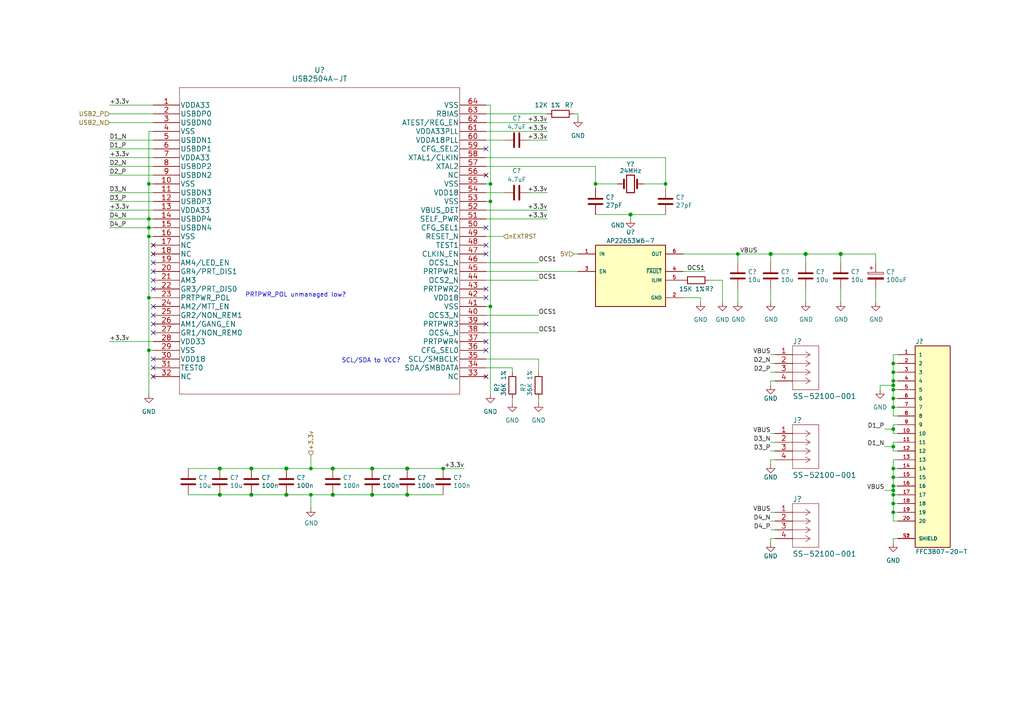
<source format=kicad_sch>
(kicad_sch (version 20210406) (generator eeschema)
  (paper "A4")
  (lib_symbols
    (symbol "AP22653W6-7:AP22653W6-7" (pin_names (offset 1.016))
      (property "Reference" "U" (at -10.16 8.89 0))
      (property "Value" "AP22653W6-7" (at -10.16 -12.7 0))
      (symbol "AP22653W6-7_0_0"
        (rectangle (start -10.16 -10.16) (end 10.16 7.62) (stroke (width 0.254)) (fill (type background)))
        (pin input line (at -15.24 5.08 0) (length 5.08) (name "IN") (number "1"))
        (pin power_in line (at 15.24 -7.62 180) (length 5.08) (name "GND") (number "2"))
        (pin input line (at -15.24 0 0) (length 5.08) (name "EN") (number "3"))
        (pin output line (at 15.24 0 180) (length 5.08) (name "~FAULT") (number "4"))
        (pin output line (at 15.24 -2.54 180) (length 5.08) (name "ILIM") (number "5"))
        (pin output line (at 15.24 5.08 180) (length 5.08) (name "OUT") (number "6"))
      )
    )
    (symbol "Device:C" (pin_numbers hide) (pin_names (offset 0.254))
      (property "Reference" "C" (at 0.635 2.54 0))
      (property "Value" "C" (at 0.635 -2.54 0))
      (symbol "C_0_1"
        (polyline (pts (xy -2.032 -0.762) (xy 2.032 -0.762)) (stroke (width 0.508)))
        (polyline (pts (xy -2.032 0.762) (xy 2.032 0.762)) (stroke (width 0.508)))
      )
      (symbol "C_1_1"
        (pin passive line (at 0 3.81 270) (length 2.794) (name "~") (number "1"))
        (pin passive line (at 0 -3.81 90) (length 2.794) (name "~") (number "2"))
      )
    )
    (symbol "Device:CP" (pin_numbers hide) (pin_names (offset 0.254))
      (property "Reference" "C" (at 0.635 2.54 0))
      (property "Value" "CP" (at 0.635 -2.54 0))
      (symbol "CP_0_1"
        (rectangle (start -2.286 0.508) (end 2.286 1.016))
        (rectangle (start 2.286 -0.508) (end -2.286 -1.016) (fill (type outline)))
        (polyline (pts (xy -1.778 2.286) (xy -0.762 2.286)))
        (polyline (pts (xy -1.27 2.794) (xy -1.27 1.778)))
      )
      (symbol "CP_1_1"
        (pin passive line (at 0 3.81 270) (length 2.794) (name "~") (number "1"))
        (pin passive line (at 0 -3.81 90) (length 2.794) (name "~") (number "2"))
      )
    )
    (symbol "Device:Crystal" (pin_numbers hide) (pin_names hide)
      (property "Reference" "Y" (at 0 3.81 0))
      (property "Value" "Crystal" (at 0 -3.81 0))
      (symbol "Crystal_0_1"
        (rectangle (start -1.143 2.54) (end 1.143 -2.54) (stroke (width 0.3048)))
        (polyline (pts (xy -2.54 0) (xy -1.905 0)))
        (polyline (pts (xy -1.905 -1.27) (xy -1.905 1.27)) (stroke (width 0.508)))
        (polyline (pts (xy 1.905 -1.27) (xy 1.905 1.27)) (stroke (width 0.508)))
        (polyline (pts (xy 2.54 0) (xy 1.905 0)))
      )
      (symbol "Crystal_1_1"
        (pin passive line (at -3.81 0 0) (length 1.27) (name "1") (number "1"))
        (pin passive line (at 3.81 0 180) (length 1.27) (name "2") (number "2"))
      )
    )
    (symbol "Device:R" (pin_numbers hide) (pin_names (offset 0))
      (property "Reference" "R" (at 2.032 0 90))
      (property "Value" "R" (at 0 0 90))
      (symbol "R_0_1"
        (rectangle (start -1.016 -2.54) (end 1.016 2.54) (stroke (width 0.254)))
      )
      (symbol "R_1_1"
        (pin passive line (at 0 3.81 270) (length 1.27) (name "~") (number "1"))
        (pin passive line (at 0 -3.81 90) (length 1.27) (name "~") (number "2"))
      )
    )
    (symbol "FFC3B07-20-T:FFC3B07-20-T" (pin_names (offset 1.016))
      (property "Reference" "J" (at -5.08 28.702 0))
      (property "Value" "FFC3B07-20-T" (at -5.08 -33.02 0))
      (symbol "FFC3B07-20-T_0_0"
        (rectangle (start -5.08 -30.48) (end 5.08 27.94) (stroke (width 0.254)) (fill (type background)))
        (pin passive line (at -10.16 25.4 0) (length 5.08) (name "1") (number "1"))
        (pin passive line (at -10.16 2.54 0) (length 5.08) (name "10") (number "10"))
        (pin passive line (at -10.16 0 0) (length 5.08) (name "11") (number "11"))
        (pin passive line (at -10.16 -2.54 0) (length 5.08) (name "12") (number "12"))
        (pin passive line (at -10.16 -5.08 0) (length 5.08) (name "13") (number "13"))
        (pin passive line (at -10.16 -7.62 0) (length 5.08) (name "14") (number "14"))
        (pin passive line (at -10.16 -10.16 0) (length 5.08) (name "15") (number "15"))
        (pin passive line (at -10.16 -12.7 0) (length 5.08) (name "16") (number "16"))
        (pin passive line (at -10.16 -15.24 0) (length 5.08) (name "17") (number "17"))
        (pin passive line (at -10.16 -17.78 0) (length 5.08) (name "18") (number "18"))
        (pin passive line (at -10.16 -20.32 0) (length 5.08) (name "19") (number "19"))
        (pin passive line (at -10.16 22.86 0) (length 5.08) (name "2") (number "2"))
        (pin passive line (at -10.16 -22.86 0) (length 5.08) (name "20") (number "20"))
        (pin passive line (at -10.16 20.32 0) (length 5.08) (name "3") (number "3"))
        (pin passive line (at -10.16 17.78 0) (length 5.08) (name "4") (number "4"))
        (pin passive line (at -10.16 15.24 0) (length 5.08) (name "5") (number "5"))
        (pin passive line (at -10.16 12.7 0) (length 5.08) (name "6") (number "6"))
        (pin passive line (at -10.16 10.16 0) (length 5.08) (name "7") (number "7"))
        (pin passive line (at -10.16 7.62 0) (length 5.08) (name "8") (number "8"))
        (pin passive line (at -10.16 5.08 0) (length 5.08) (name "9") (number "9"))
        (pin passive line (at -10.16 -27.94 0) (length 5.08) (name "SHIELD") (number "S1"))
        (pin passive line (at -10.16 -27.94 0) (length 5.08) (name "SHIELD") (number "S2"))
      )
    )
    (symbol "SS-52100-001:SS-52100-001" (pin_names (offset 0.254) hide)
      (property "Reference" "J" (at 8.89 6.35 0))
      (property "Value" "SS-52100-001" (at 10.16 -5.08 0))
      (symbol "SS-52100-001_1_1"
        (polyline (pts (xy 5.08 -10.16) (xy 12.7 -10.16)) (stroke (width 0.127)))
        (polyline (pts (xy 5.08 2.54) (xy 5.08 -10.16)) (stroke (width 0.127)))
        (polyline (pts (xy 10.16 -7.62) (xy 5.08 -7.62)) (stroke (width 0.127)))
        (polyline (pts (xy 10.16 -7.62) (xy 8.89 -8.4582)) (stroke (width 0.127)))
        (polyline (pts (xy 10.16 -7.62) (xy 8.89 -6.7818)) (stroke (width 0.127)))
        (polyline (pts (xy 10.16 -5.08) (xy 5.08 -5.08)) (stroke (width 0.127)))
        (polyline (pts (xy 10.16 -5.08) (xy 8.89 -5.9182)) (stroke (width 0.127)))
        (polyline (pts (xy 10.16 -5.08) (xy 8.89 -4.2418)) (stroke (width 0.127)))
        (polyline (pts (xy 10.16 -2.54) (xy 5.08 -2.54)) (stroke (width 0.127)))
        (polyline (pts (xy 10.16 -2.54) (xy 8.89 -3.3782)) (stroke (width 0.127)))
        (polyline (pts (xy 10.16 -2.54) (xy 8.89 -1.7018)) (stroke (width 0.127)))
        (polyline (pts (xy 10.16 0) (xy 5.08 0)) (stroke (width 0.127)))
        (polyline (pts (xy 10.16 0) (xy 8.89 -0.8382)) (stroke (width 0.127)))
        (polyline (pts (xy 10.16 0) (xy 8.89 0.8382)) (stroke (width 0.127)))
        (polyline (pts (xy 12.7 -10.16) (xy 12.7 2.54)) (stroke (width 0.127)))
        (polyline (pts (xy 12.7 2.54) (xy 5.08 2.54)) (stroke (width 0.127)))
        (pin unspecified line (at 0 0 0) (length 5.08) (name "1") (number "1"))
        (pin unspecified line (at 0 -2.54 0) (length 5.08) (name "2") (number "2"))
        (pin unspecified line (at 0 -5.08 0) (length 5.08) (name "3") (number "3"))
        (pin unspecified line (at 0 -7.62 0) (length 5.08) (name "4") (number "4"))
      )
    )
    (symbol "USB2504A-JT:USB2504A-JT" (pin_names (offset 0.254))
      (property "Reference" "U" (at 48.26 10.16 0))
      (property "Value" "USB2504A-JT" (at 48.26 7.62 0))
      (symbol "USB2504A-JT_1_1"
        (polyline (pts (xy 7.62 -83.82) (xy 88.9 -83.82)) (stroke (width 0.127)))
        (polyline (pts (xy 7.62 5.08) (xy 7.62 -83.82)) (stroke (width 0.127)))
        (polyline (pts (xy 88.9 -83.82) (xy 88.9 5.08)) (stroke (width 0.127)))
        (polyline (pts (xy 88.9 5.08) (xy 7.62 5.08)) (stroke (width 0.127)))
        (pin power_in line (at 0 0 0) (length 7.62) (name "VDDA33") (number "1"))
        (pin power_in line (at 0 -22.86 0) (length 7.62) (name "VSS") (number "10"))
        (pin bidirectional line (at 0 -25.4 0) (length 7.62) (name "USBDN3") (number "11"))
        (pin bidirectional line (at 0 -27.94 0) (length 7.62) (name "USBDP3") (number "12"))
        (pin power_in line (at 0 -30.48 0) (length 7.62) (name "VDDA33") (number "13"))
        (pin bidirectional line (at 0 -33.02 0) (length 7.62) (name "USBDP4") (number "14"))
        (pin bidirectional line (at 0 -35.56 0) (length 7.62) (name "USBDN4") (number "15"))
        (pin power_in line (at 0 -38.1 0) (length 7.62) (name "VSS") (number "16"))
        (pin no_connect line (at 0 -40.64 0) (length 7.62) (name "NC") (number "17"))
        (pin no_connect line (at 0 -43.18 0) (length 7.62) (name "NC") (number "18"))
        (pin bidirectional line (at 0 -45.72 0) (length 7.62) (name "AM4/LED_EN") (number "19"))
        (pin bidirectional line (at 0 -2.54 0) (length 7.62) (name "USBDP0") (number "2"))
        (pin bidirectional line (at 0 -48.26 0) (length 7.62) (name "GR4/PRT_DIS1") (number "20"))
        (pin bidirectional line (at 0 -50.8 0) (length 7.62) (name "AM3") (number "21"))
        (pin bidirectional line (at 0 -53.34 0) (length 7.62) (name "GR3/PRT_DIS0") (number "22"))
        (pin bidirectional line (at 0 -55.88 0) (length 7.62) (name "PRTPWR_POL") (number "23"))
        (pin bidirectional line (at 0 -58.42 0) (length 7.62) (name "AM2/MTT_EN") (number "24"))
        (pin bidirectional line (at 0 -60.96 0) (length 7.62) (name "GR2/NON_REM1") (number "25"))
        (pin bidirectional line (at 0 -63.5 0) (length 7.62) (name "AM1/GANG_EN") (number "26"))
        (pin bidirectional line (at 0 -66.04 0) (length 7.62) (name "GR1/NON_REM0") (number "27"))
        (pin power_in line (at 0 -68.58 0) (length 7.62) (name "VDD33") (number "28"))
        (pin power_in line (at 0 -71.12 0) (length 7.62) (name "VSS") (number "29"))
        (pin bidirectional line (at 0 -5.08 0) (length 7.62) (name "USBDN0") (number "3"))
        (pin power_in line (at 0 -73.66 0) (length 7.62) (name "VDD18") (number "30"))
        (pin input line (at 0 -76.2 0) (length 7.62) (name "TEST0") (number "31"))
        (pin no_connect line (at 0 -78.74 0) (length 7.62) (name "NC") (number "32"))
        (pin no_connect line (at 96.52 -78.74 180) (length 7.62) (name "NC") (number "33"))
        (pin bidirectional line (at 96.52 -76.2 180) (length 7.62) (name "SDA/SMBDATA") (number "34"))
        (pin bidirectional line (at 96.52 -73.66 180) (length 7.62) (name "SCL/SMBCLK") (number "35"))
        (pin bidirectional line (at 96.52 -71.12 180) (length 7.62) (name "CFG_SEL0") (number "36"))
        (pin output line (at 96.52 -68.58 180) (length 7.62) (name "PRTPWR4") (number "37"))
        (pin input line (at 96.52 -66.04 180) (length 7.62) (name "OCS4_N") (number "38"))
        (pin output line (at 96.52 -63.5 180) (length 7.62) (name "PRTPWR3") (number "39"))
        (pin power_in line (at 0 -7.62 0) (length 7.62) (name "VSS") (number "4"))
        (pin input line (at 96.52 -60.96 180) (length 7.62) (name "OCS3_N") (number "40"))
        (pin power_in line (at 96.52 -58.42 180) (length 7.62) (name "VSS") (number "41"))
        (pin power_in line (at 96.52 -55.88 180) (length 7.62) (name "VDD18") (number "42"))
        (pin output line (at 96.52 -53.34 180) (length 7.62) (name "PRTPWR2") (number "43"))
        (pin input line (at 96.52 -50.8 180) (length 7.62) (name "OCS2_N") (number "44"))
        (pin output line (at 96.52 -48.26 180) (length 7.62) (name "PRTPWR1") (number "45"))
        (pin input line (at 96.52 -45.72 180) (length 7.62) (name "OCS1_N") (number "46"))
        (pin input line (at 96.52 -43.18 180) (length 7.62) (name "CLKIN_EN") (number "47"))
        (pin input line (at 96.52 -40.64 180) (length 7.62) (name "TEST1") (number "48"))
        (pin input line (at 96.52 -38.1 180) (length 7.62) (name "RESET_N") (number "49"))
        (pin bidirectional line (at 0 -10.16 0) (length 7.62) (name "USBDN1") (number "5"))
        (pin input line (at 96.52 -35.56 180) (length 7.62) (name "CFG_SEL1") (number "50"))
        (pin input line (at 96.52 -33.02 180) (length 7.62) (name "SELF_PWR") (number "51"))
        (pin power_in line (at 96.52 -30.48 180) (length 7.62) (name "VBUS_DET") (number "52"))
        (pin power_in line (at 96.52 -27.94 180) (length 7.62) (name "VSS") (number "53"))
        (pin power_in line (at 96.52 -25.4 180) (length 7.62) (name "VDD18") (number "54"))
        (pin power_in line (at 96.52 -22.86 180) (length 7.62) (name "VSS") (number "55"))
        (pin no_connect line (at 96.52 -20.32 180) (length 7.62) (name "NC") (number "56"))
        (pin output line (at 96.52 -17.78 180) (length 7.62) (name "XTAL2") (number "57"))
        (pin input line (at 96.52 -15.24 180) (length 7.62) (name "XTAL1/CLKIN") (number "58"))
        (pin input line (at 96.52 -12.7 180) (length 7.62) (name "CFG_SEL2") (number "59"))
        (pin bidirectional line (at 0 -12.7 0) (length 7.62) (name "USBDP1") (number "6"))
        (pin power_in line (at 96.52 -10.16 180) (length 7.62) (name "VDDA18PLL") (number "60"))
        (pin power_in line (at 96.52 -7.62 180) (length 7.62) (name "VDDA33PLL") (number "61"))
        (pin bidirectional line (at 96.52 -5.08 180) (length 7.62) (name "ATEST/REG_EN") (number "62"))
        (pin input line (at 96.52 -2.54 180) (length 7.62) (name "RBIAS") (number "63"))
        (pin power_in line (at 96.52 0 180) (length 7.62) (name "VSS") (number "64"))
        (pin power_in line (at 0 -15.24 0) (length 7.62) (name "VDDA33") (number "7"))
        (pin bidirectional line (at 0 -17.78 0) (length 7.62) (name "USBDP2") (number "8"))
        (pin bidirectional line (at 0 -20.32 0) (length 7.62) (name "USBDN2") (number "9"))
      )
    )
    (symbol "power:GND" (power) (pin_names (offset 0))
      (property "Value" "GND" (at 0 -3.81 0))
      (symbol "GND_0_1"
        (polyline (pts (xy 0 0) (xy 0 -1.27) (xy 1.27 -1.27) (xy 0 -2.54) (xy -1.27 -1.27) (xy 0 -1.27)))
      )
      (symbol "GND_1_1"
        (pin power_in line (at 0 0 270) (length 0) hide (name "GND") (number "1"))
      )
    )
  )
  (junction (at 43.18 53.34) (diameter 0.9144))
  (junction (at 43.18 63.5) (diameter 0.9144))
  (junction (at 43.18 66.04) (diameter 0.9144))
  (junction (at 43.18 68.58) (diameter 0.9144))
  (junction (at 43.18 86.36) (diameter 0.9144))
  (junction (at 43.18 101.6) (diameter 0.9144))
  (junction (at 63.754 135.89) (diameter 1.016))
  (junction (at 63.754 143.51) (diameter 1.016))
  (junction (at 72.898 135.89) (diameter 1.016))
  (junction (at 72.898 143.51) (diameter 1.016))
  (junction (at 83.058 135.89) (diameter 1.016))
  (junction (at 83.058 143.51) (diameter 1.016))
  (junction (at 90.17 135.89) (diameter 0.9144))
  (junction (at 90.17 143.51) (diameter 0.9144))
  (junction (at 96.52 135.89) (diameter 1.016))
  (junction (at 96.52 143.51) (diameter 1.016))
  (junction (at 107.95 135.89) (diameter 1.016))
  (junction (at 107.95 143.51) (diameter 1.016))
  (junction (at 118.11 135.89) (diameter 1.016))
  (junction (at 118.11 143.51) (diameter 1.016))
  (junction (at 128.524 135.89) (diameter 0.9144))
  (junction (at 142.24 53.34) (diameter 0.9144))
  (junction (at 142.24 58.42) (diameter 0.9144))
  (junction (at 142.24 88.9) (diameter 0.9144))
  (junction (at 172.72 53.34) (diameter 0.9144))
  (junction (at 182.88 62.23) (diameter 1.016))
  (junction (at 193.04 53.34) (diameter 0.9144))
  (junction (at 213.995 73.66) (diameter 0.9144))
  (junction (at 223.52 73.66) (diameter 1.016))
  (junction (at 233.68 73.66) (diameter 1.016))
  (junction (at 243.84 73.66) (diameter 1.016))
  (junction (at 259.08 105.41) (diameter 0.9144))
  (junction (at 259.08 107.95) (diameter 0.9144))
  (junction (at 259.08 110.49) (diameter 0.9144))
  (junction (at 259.08 111.76) (diameter 0.9144))
  (junction (at 259.08 113.03) (diameter 0.9144))
  (junction (at 259.08 115.57) (diameter 0.9144))
  (junction (at 259.08 118.11) (diameter 0.9144))
  (junction (at 259.08 124.46) (diameter 0.9144))
  (junction (at 259.08 129.54) (diameter 0.9144))
  (junction (at 259.08 135.89) (diameter 0.9144))
  (junction (at 259.08 138.43) (diameter 0.9144))
  (junction (at 259.08 140.97) (diameter 0.9144))
  (junction (at 259.08 142.24) (diameter 0.9144))
  (junction (at 259.08 143.51) (diameter 0.9144))
  (junction (at 259.08 146.05) (diameter 0.9144))
  (junction (at 259.08 148.59) (diameter 0.9144))
  (no_connect (at 44.45 71.12))
  (no_connect (at 44.45 73.66))
  (no_connect (at 44.45 76.2))
  (no_connect (at 44.45 78.74))
  (no_connect (at 44.45 81.28))
  (no_connect (at 44.45 83.82))
  (no_connect (at 44.45 88.9))
  (no_connect (at 44.45 91.44))
  (no_connect (at 44.45 93.98))
  (no_connect (at 44.45 96.52))
  (no_connect (at 44.45 104.14))
  (no_connect (at 44.45 106.68))
  (no_connect (at 44.45 109.22))
  (no_connect (at 140.97 43.18))
  (no_connect (at 140.97 50.8))
  (no_connect (at 140.97 66.04))
  (no_connect (at 140.97 71.12))
  (no_connect (at 140.97 73.66))
  (no_connect (at 140.97 83.82))
  (no_connect (at 140.97 86.36))
  (no_connect (at 140.97 93.98))
  (no_connect (at 140.97 99.06))
  (no_connect (at 140.97 101.6))
  (no_connect (at 140.97 109.22))
  (wire (pts (xy 31.75 30.48) (xy 44.45 30.48)))
  (wire (pts (xy 31.75 33.02) (xy 44.45 33.02)))
  (wire (pts (xy 31.75 35.56) (xy 44.45 35.56)))
  (wire (pts (xy 31.75 40.64) (xy 44.45 40.64)))
  (wire (pts (xy 31.75 43.18) (xy 44.45 43.18)))
  (wire (pts (xy 31.75 45.72) (xy 44.45 45.72)))
  (wire (pts (xy 31.75 48.26) (xy 44.45 48.26)))
  (wire (pts (xy 31.75 50.8) (xy 44.45 50.8)))
  (wire (pts (xy 31.75 55.88) (xy 44.45 55.88)))
  (wire (pts (xy 31.75 58.42) (xy 44.45 58.42)))
  (wire (pts (xy 31.75 60.96) (xy 44.45 60.96)))
  (wire (pts (xy 31.75 63.5) (xy 43.18 63.5)))
  (wire (pts (xy 31.75 66.04) (xy 43.18 66.04)))
  (wire (pts (xy 31.75 99.06) (xy 44.45 99.06)))
  (wire (pts (xy 43.18 38.1) (xy 44.45 38.1)))
  (wire (pts (xy 43.18 53.34) (xy 43.18 38.1)))
  (wire (pts (xy 43.18 53.34) (xy 44.45 53.34)))
  (wire (pts (xy 43.18 63.5) (xy 43.18 53.34)))
  (wire (pts (xy 43.18 66.04) (xy 43.18 63.5)))
  (wire (pts (xy 43.18 66.04) (xy 44.45 66.04)))
  (wire (pts (xy 43.18 68.58) (xy 43.18 66.04)))
  (wire (pts (xy 43.18 68.58) (xy 44.45 68.58)))
  (wire (pts (xy 43.18 86.36) (xy 43.18 68.58)))
  (wire (pts (xy 43.18 86.36) (xy 44.45 86.36)))
  (wire (pts (xy 43.18 101.6) (xy 43.18 86.36)))
  (wire (pts (xy 43.18 101.6) (xy 44.45 101.6)))
  (wire (pts (xy 43.18 114.3) (xy 43.18 101.6)))
  (wire (pts (xy 44.45 63.5) (xy 43.18 63.5)))
  (wire (pts (xy 54.61 143.51) (xy 63.754 143.51)))
  (wire (pts (xy 63.754 135.89) (xy 54.61 135.89)))
  (wire (pts (xy 72.898 135.89) (xy 63.754 135.89)))
  (wire (pts (xy 72.898 135.89) (xy 83.058 135.89)))
  (wire (pts (xy 72.898 143.51) (xy 63.754 143.51)))
  (wire (pts (xy 72.898 143.51) (xy 83.058 143.51)))
  (wire (pts (xy 83.058 135.89) (xy 90.17 135.89)))
  (wire (pts (xy 90.17 132.08) (xy 90.17 135.89)))
  (wire (pts (xy 90.17 135.89) (xy 96.52 135.89)))
  (wire (pts (xy 90.17 143.51) (xy 83.058 143.51)))
  (wire (pts (xy 90.17 143.51) (xy 96.52 143.51)))
  (wire (pts (xy 90.17 147.32) (xy 90.17 143.51)))
  (wire (pts (xy 96.52 135.89) (xy 107.95 135.89)))
  (wire (pts (xy 96.52 143.51) (xy 107.95 143.51)))
  (wire (pts (xy 107.95 135.89) (xy 118.11 135.89)))
  (wire (pts (xy 107.95 143.51) (xy 118.11 143.51)))
  (wire (pts (xy 118.11 143.51) (xy 128.524 143.51)))
  (wire (pts (xy 128.524 135.89) (xy 118.11 135.89)))
  (wire (pts (xy 134.62 135.89) (xy 128.524 135.89)))
  (wire (pts (xy 140.97 30.48) (xy 142.24 30.48)))
  (wire (pts (xy 140.97 33.02) (xy 158.75 33.02)))
  (wire (pts (xy 140.97 45.72) (xy 193.04 45.72)))
  (wire (pts (xy 140.97 48.26) (xy 172.72 48.26)))
  (wire (pts (xy 140.97 53.34) (xy 142.24 53.34)))
  (wire (pts (xy 140.97 58.42) (xy 142.24 58.42)))
  (wire (pts (xy 140.97 68.58) (xy 146.05 68.58)))
  (wire (pts (xy 140.97 76.2) (xy 156.21 76.2)))
  (wire (pts (xy 140.97 78.74) (xy 167.64 78.74)))
  (wire (pts (xy 140.97 81.28) (xy 156.21 81.28)))
  (wire (pts (xy 140.97 88.9) (xy 142.24 88.9)))
  (wire (pts (xy 140.97 91.44) (xy 156.21 91.44)))
  (wire (pts (xy 140.97 96.52) (xy 156.21 96.52)))
  (wire (pts (xy 140.97 104.14) (xy 156.21 104.14)))
  (wire (pts (xy 140.97 106.68) (xy 148.59 106.68)))
  (wire (pts (xy 142.24 30.48) (xy 142.24 53.34)))
  (wire (pts (xy 142.24 53.34) (xy 142.24 58.42)))
  (wire (pts (xy 142.24 58.42) (xy 142.24 88.9)))
  (wire (pts (xy 142.24 88.9) (xy 142.24 114.3)))
  (wire (pts (xy 146.05 40.64) (xy 140.97 40.64)))
  (wire (pts (xy 146.05 55.88) (xy 140.97 55.88)))
  (wire (pts (xy 148.59 106.68) (xy 148.59 107.95)))
  (wire (pts (xy 148.59 115.57) (xy 148.59 116.84)))
  (wire (pts (xy 156.21 104.14) (xy 156.21 107.95)))
  (wire (pts (xy 156.21 115.57) (xy 156.21 116.84)))
  (wire (pts (xy 158.75 35.56) (xy 140.97 35.56)))
  (wire (pts (xy 158.75 38.1) (xy 140.97 38.1)))
  (wire (pts (xy 158.75 40.64) (xy 153.67 40.64)))
  (wire (pts (xy 158.75 55.88) (xy 153.67 55.88)))
  (wire (pts (xy 158.75 60.96) (xy 140.97 60.96)))
  (wire (pts (xy 158.75 63.5) (xy 140.97 63.5)))
  (wire (pts (xy 166.37 73.66) (xy 167.64 73.66)))
  (wire (pts (xy 167.64 33.02) (xy 166.37 33.02)))
  (wire (pts (xy 167.64 33.02) (xy 167.64 34.29)))
  (wire (pts (xy 172.72 48.26) (xy 172.72 53.34)))
  (wire (pts (xy 172.72 53.34) (xy 179.07 53.34)))
  (wire (pts (xy 172.72 54.61) (xy 172.72 53.34)))
  (wire (pts (xy 172.72 62.23) (xy 182.88 62.23)))
  (wire (pts (xy 182.88 62.23) (xy 182.88 63.5)))
  (wire (pts (xy 182.88 62.23) (xy 193.04 62.23)))
  (wire (pts (xy 186.69 53.34) (xy 193.04 53.34)))
  (wire (pts (xy 193.04 45.72) (xy 193.04 53.34)))
  (wire (pts (xy 193.04 53.34) (xy 193.04 54.61)))
  (wire (pts (xy 198.12 73.66) (xy 213.995 73.66)))
  (wire (pts (xy 198.12 78.74) (xy 204.47 78.74)))
  (wire (pts (xy 198.12 86.36) (xy 203.2 86.36)))
  (wire (pts (xy 203.2 86.36) (xy 203.2 87.63)))
  (wire (pts (xy 209.55 81.28) (xy 205.74 81.28)))
  (wire (pts (xy 209.55 87.63) (xy 209.55 81.28)))
  (wire (pts (xy 213.995 73.66) (xy 213.995 76.2)))
  (wire (pts (xy 213.995 73.66) (xy 223.52 73.66)))
  (wire (pts (xy 213.995 83.82) (xy 213.995 87.63)))
  (wire (pts (xy 223.52 73.66) (xy 233.68 73.66)))
  (wire (pts (xy 223.52 76.2) (xy 223.52 73.66)))
  (wire (pts (xy 223.52 87.63) (xy 223.52 83.82)))
  (wire (pts (xy 223.52 102.87) (xy 224.79 102.87)))
  (wire (pts (xy 223.52 105.41) (xy 224.79 105.41)))
  (wire (pts (xy 223.52 107.95) (xy 224.79 107.95)))
  (wire (pts (xy 223.52 110.49) (xy 223.52 111.76)))
  (wire (pts (xy 223.52 125.73) (xy 224.79 125.73)))
  (wire (pts (xy 223.52 128.27) (xy 224.79 128.27)))
  (wire (pts (xy 223.52 130.81) (xy 224.79 130.81)))
  (wire (pts (xy 223.52 133.35) (xy 223.52 134.62)))
  (wire (pts (xy 223.52 148.59) (xy 224.79 148.59)))
  (wire (pts (xy 223.52 151.13) (xy 224.79 151.13)))
  (wire (pts (xy 223.52 153.67) (xy 224.79 153.67)))
  (wire (pts (xy 223.52 156.21) (xy 223.52 157.48)))
  (wire (pts (xy 224.79 110.49) (xy 223.52 110.49)))
  (wire (pts (xy 224.79 133.35) (xy 223.52 133.35)))
  (wire (pts (xy 224.79 156.21) (xy 223.52 156.21)))
  (wire (pts (xy 233.68 73.66) (xy 233.68 76.2)))
  (wire (pts (xy 233.68 73.66) (xy 243.84 73.66)))
  (wire (pts (xy 233.68 87.63) (xy 233.68 83.82)))
  (wire (pts (xy 243.84 73.66) (xy 243.84 76.2)))
  (wire (pts (xy 243.84 73.66) (xy 254 73.66)))
  (wire (pts (xy 243.84 87.63) (xy 243.84 83.82)))
  (wire (pts (xy 254 76.2) (xy 254 73.66)))
  (wire (pts (xy 254 87.63) (xy 254 83.82)))
  (wire (pts (xy 255.27 111.76) (xy 255.27 113.03)))
  (wire (pts (xy 256.54 129.54) (xy 259.08 129.54)))
  (wire (pts (xy 256.54 142.24) (xy 259.08 142.24)))
  (wire (pts (xy 259.08 102.87) (xy 259.08 105.41)))
  (wire (pts (xy 259.08 102.87) (xy 260.35 102.87)))
  (wire (pts (xy 259.08 105.41) (xy 259.08 107.95)))
  (wire (pts (xy 259.08 105.41) (xy 260.35 105.41)))
  (wire (pts (xy 259.08 107.95) (xy 259.08 110.49)))
  (wire (pts (xy 259.08 107.95) (xy 260.35 107.95)))
  (wire (pts (xy 259.08 110.49) (xy 259.08 111.76)))
  (wire (pts (xy 259.08 110.49) (xy 260.35 110.49)))
  (wire (pts (xy 259.08 111.76) (xy 255.27 111.76)))
  (wire (pts (xy 259.08 111.76) (xy 259.08 113.03)))
  (wire (pts (xy 259.08 113.03) (xy 259.08 115.57)))
  (wire (pts (xy 259.08 113.03) (xy 260.35 113.03)))
  (wire (pts (xy 259.08 115.57) (xy 259.08 118.11)))
  (wire (pts (xy 259.08 115.57) (xy 260.35 115.57)))
  (wire (pts (xy 259.08 118.11) (xy 259.08 120.65)))
  (wire (pts (xy 259.08 118.11) (xy 260.35 118.11)))
  (wire (pts (xy 259.08 120.65) (xy 260.35 120.65)))
  (wire (pts (xy 259.08 123.19) (xy 259.08 124.46)))
  (wire (pts (xy 259.08 124.46) (xy 256.54 124.46)))
  (wire (pts (xy 259.08 125.73) (xy 259.08 124.46)))
  (wire (pts (xy 259.08 128.27) (xy 259.08 129.54)))
  (wire (pts (xy 259.08 130.81) (xy 259.08 129.54)))
  (wire (pts (xy 259.08 133.35) (xy 259.08 135.89)))
  (wire (pts (xy 259.08 135.89) (xy 259.08 138.43)))
  (wire (pts (xy 259.08 135.89) (xy 260.35 135.89)))
  (wire (pts (xy 259.08 138.43) (xy 259.08 140.97)))
  (wire (pts (xy 259.08 138.43) (xy 260.35 138.43)))
  (wire (pts (xy 259.08 140.97) (xy 259.08 142.24)))
  (wire (pts (xy 259.08 140.97) (xy 260.35 140.97)))
  (wire (pts (xy 259.08 142.24) (xy 259.08 143.51)))
  (wire (pts (xy 259.08 143.51) (xy 259.08 146.05)))
  (wire (pts (xy 259.08 143.51) (xy 260.35 143.51)))
  (wire (pts (xy 259.08 146.05) (xy 259.08 148.59)))
  (wire (pts (xy 259.08 146.05) (xy 260.35 146.05)))
  (wire (pts (xy 259.08 148.59) (xy 259.08 151.13)))
  (wire (pts (xy 259.08 148.59) (xy 260.35 148.59)))
  (wire (pts (xy 259.08 151.13) (xy 260.35 151.13)))
  (wire (pts (xy 259.08 156.21) (xy 259.08 157.48)))
  (wire (pts (xy 260.35 123.19) (xy 259.08 123.19)))
  (wire (pts (xy 260.35 125.73) (xy 259.08 125.73)))
  (wire (pts (xy 260.35 128.27) (xy 259.08 128.27)))
  (wire (pts (xy 260.35 130.81) (xy 259.08 130.81)))
  (wire (pts (xy 260.35 133.35) (xy 259.08 133.35)))
  (wire (pts (xy 260.35 156.21) (xy 259.08 156.21)))
  (text "PRTPWR_POL unmanaged low?" (at 71.12 86.36 0) (effects (font (size 1.27 1.27)) (justify left bottom)))
  (text "SCL/SDA to VCC?" (at 99.06 105.41 0) (effects (font (size 1.27 1.27)) (justify left bottom)))
  (label "+3.3v" (at 31.75 30.48 0))
  (label "D1_N" (at 31.75 40.64 0))
  (label "D1_P" (at 31.75 43.18 0))
  (label "+3.3v" (at 31.75 45.72 0))
  (label "D2_N" (at 31.75 48.26 0))
  (label "D2_P" (at 31.75 50.8 0))
  (label "D3_N" (at 31.75 55.88 0))
  (label "D3_P" (at 31.75 58.42 0))
  (label "+3.3v" (at 31.75 60.96 0))
  (label "D4_N" (at 31.75 63.5 0))
  (label "D4_P" (at 31.75 66.04 0))
  (label "+3.3v" (at 31.75 99.06 0))
  (label "+3.3v" (at 134.62 135.89 180))
  (label "OCS1" (at 156.21 76.2 0))
  (label "OCS1" (at 156.21 81.28 0))
  (label "OCS1" (at 156.21 91.44 0))
  (label "OCS1" (at 156.21 96.52 0))
  (label "+3.3v" (at 158.75 35.56 180))
  (label "+3.3v" (at 158.75 38.1 180))
  (label "+3.3v" (at 158.75 40.64 180))
  (label "+3.3v" (at 158.75 55.88 180))
  (label "+3.3v" (at 158.75 60.96 180))
  (label "+3.3v" (at 158.75 63.5 180))
  (label "OCS1" (at 204.47 78.74 180))
  (label "VBUS" (at 214.63 73.66 0))
  (label "VBUS" (at 223.52 102.87 180))
  (label "D2_N" (at 223.52 105.41 180))
  (label "D2_P" (at 223.52 107.95 180))
  (label "VBUS" (at 223.52 125.73 180))
  (label "D3_N" (at 223.52 128.27 180))
  (label "D3_P" (at 223.52 130.81 180))
  (label "VBUS" (at 223.52 148.59 180))
  (label "D4_N" (at 223.52 151.13 180))
  (label "D4_P" (at 223.52 153.67 180))
  (label "D1_P" (at 256.54 124.46 180))
  (label "D1_N" (at 256.54 129.54 180))
  (label "VBUS" (at 256.54 142.24 180))
  (hierarchical_label "USB2_P" (shape input) (at 31.75 33.02 180))
  (hierarchical_label "USB2_N" (shape input) (at 31.75 35.56 180))
  (hierarchical_label "+3.3v" (shape input) (at 90.17 132.08 90))
  (hierarchical_label "nEXTRST" (shape input) (at 146.05 68.58 0))
  (hierarchical_label "5V" (shape input) (at 166.37 73.66 180))
  (symbol (lib_id "power:GND") (at 43.18 114.3 0) (unit 1)
    (property "Reference" "#PWR?" (effects hide))
    (property "Value" "GND" (at 43.18 119.38 0))
  )
  (symbol (lib_id "power:GND") (at 90.17 147.32 0) (unit 1)
    (property "Reference" "#PWR?" (effects hide))
    (property "Value" "GND" (at 90.297 151.7142 0))
  )
  (symbol (lib_id "power:GND") (at 142.24 114.3 0) (unit 1)
    (property "Reference" "#PWR?" (effects hide))
    (property "Value" "GND" (at 142.24 119.38 0))
  )
  (symbol (lib_id "power:GND") (at 148.59 116.84 0) (unit 1)
    (property "Reference" "#PWR?" (effects hide))
    (property "Value" "GND" (at 148.59 121.92 0))
  )
  (symbol (lib_id "power:GND") (at 156.21 116.84 0) (unit 1)
    (property "Reference" "#PWR?" (effects hide))
    (property "Value" "GND" (at 156.21 121.92 0))
  )
  (symbol (lib_id "power:GND") (at 167.64 34.29 0) (unit 1)
    (property "Reference" "#PWR?" (effects hide))
    (property "Value" "GND" (at 167.64 39.37 0))
  )
  (symbol (lib_id "power:GND") (at 182.88 63.5 0) (unit 1)
    (property "Reference" "#PWR?" (effects hide))
    (property "Value" "GND" (at 179.197 65.3542 0))
  )
  (symbol (lib_id "power:GND") (at 203.2 87.63 0) (unit 1)
    (property "Reference" "#PWR?" (effects hide))
    (property "Value" "GND" (at 203.2 92.71 0))
  )
  (symbol (lib_id "power:GND") (at 209.55 87.63 0) (unit 1)
    (property "Reference" "#PWR?" (effects hide))
    (property "Value" "GND" (at 209.55 92.71 0))
  )
  (symbol (lib_id "power:GND") (at 213.995 87.63 0) (unit 1)
    (property "Reference" "#PWR?" (effects hide))
    (property "Value" "GND" (at 214.122 92.6592 0))
  )
  (symbol (lib_id "power:GND") (at 223.52 87.63 0) (unit 1)
    (property "Reference" "#PWR?" (effects hide))
    (property "Value" "GND" (at 223.647 92.6592 0))
  )
  (symbol (lib_id "power:GND") (at 223.52 111.76 0) (unit 1)
    (property "Reference" "#PWR?" (effects hide))
    (property "Value" "GND" (at 223.52 115.57 0))
  )
  (symbol (lib_id "power:GND") (at 223.52 134.62 0) (unit 1)
    (property "Reference" "#PWR?" (effects hide))
    (property "Value" "GND" (at 223.52 138.43 0))
  )
  (symbol (lib_id "power:GND") (at 223.52 157.48 0) (unit 1)
    (property "Reference" "#PWR?" (effects hide))
    (property "Value" "GND" (at 223.52 161.29 0))
  )
  (symbol (lib_id "power:GND") (at 233.68 87.63 0) (unit 1)
    (property "Reference" "#PWR?" (effects hide))
    (property "Value" "GND" (at 233.807 92.6592 0))
  )
  (symbol (lib_id "power:GND") (at 243.84 87.63 0) (unit 1)
    (property "Reference" "#PWR?" (effects hide))
    (property "Value" "GND" (at 243.967 92.6592 0))
  )
  (symbol (lib_id "power:GND") (at 254 87.63 0) (unit 1)
    (property "Reference" "#PWR?" (effects hide))
    (property "Value" "GND" (at 254.127 92.6592 0))
  )
  (symbol (lib_id "power:GND") (at 255.27 113.03 0) (unit 1)
    (property "Reference" "#PWR?" (effects hide))
    (property "Value" "GND" (at 255.27 118.11 0))
  )
  (symbol (lib_id "power:GND") (at 259.08 157.48 0) (unit 1)
    (property "Reference" "#PWR?" (effects hide))
    (property "Value" "GND" (at 259.08 162.56 0))
  )
  (symbol (lib_id "Device:R") (at 148.59 111.76 0) (unit 1)
    (property "Reference" "R?" (at 144.145 113.665 90) (effects (justify left)))
    (property "Value" "36K 1%" (at 146.05 114.935 90) (effects (justify left)))
    (property "Footprint" "Resistor_SMD:R_0402_1005Metric" (effects hide))
    (property "Datasheet" "https://fscdn.rohm.com/en/products/databook/datasheet/passive/resistor/chip_resistor/mcr-e.pdf" (effects hide))
    (property "Field4" "Farnell" (effects hide))
    (property "Field5" "1458788" (effects hide))
    (property "Field7" "Rohm" (effects hide))
    (property "Field6" "MCR01MZPF3602" (effects hide))
    (property "Part Description" "Resistor 36K M1005 1% 63mW" (effects hide))
  )
  (symbol (lib_id "Device:R") (at 156.21 111.76 0) (unit 1)
    (property "Reference" "R?" (at 151.765 113.665 90) (effects (justify left)))
    (property "Value" "36K 1%" (at 153.67 114.935 90) (effects (justify left)))
    (property "Footprint" "Resistor_SMD:R_0402_1005Metric" (effects hide))
    (property "Datasheet" "https://fscdn.rohm.com/en/products/databook/datasheet/passive/resistor/chip_resistor/mcr-e.pdf" (effects hide))
    (property "Field4" "Farnell" (effects hide))
    (property "Field5" "1458788" (effects hide))
    (property "Field7" "Rohm" (effects hide))
    (property "Field6" "MCR01MZPF3602" (effects hide))
    (property "Part Description" "Resistor 36K M1005 1% 63mW" (effects hide))
  )
  (symbol (lib_id "Device:R") (at 162.56 33.02 90) (unit 1)
    (property "Reference" "R?" (at 166.37 30.48 90) (effects (justify left)))
    (property "Value" "12K 1%" (at 162.56 30.48 90) (effects (justify left)))
    (property "Footprint" "Resistor_SMD:R_0402_1005Metric" (effects hide))
    (property "Datasheet" "https://fscdn.rohm.com/en/products/databook/datasheet/passive/resistor/chip_resistor/mcr-e.pdf" (effects hide))
    (property "Field4" "Farnell" (effects hide))
    (property "Field5" "9239367" (effects hide))
    (property "Field7" "Rohm" (effects hide))
    (property "Field6" "MCR01MZPF1202" (effects hide))
    (property "Part Description" "Resistor 12K M1005 1% 63mW" (effects hide))
  )
  (symbol (lib_id "Device:R") (at 201.93 81.28 90) (unit 1)
    (property "Reference" "R?" (at 207.01 83.82 90) (effects (justify left)))
    (property "Value" "15K 1%" (at 204.47 83.82 90) (effects (justify left)))
    (property "Footprint" "Resistor_SMD:R_0402_1005Metric" (effects hide))
    (property "Datasheet" "https://fscdn.rohm.com/en/products/databook/datasheet/passive/resistor/chip_resistor/mcr-e.pdf" (effects hide))
    (property "Field4" "Farnell" (effects hide))
    (property "Field5" "9239375" (effects hide))
    (property "Field6" "MCR01MZPF1502" (effects hide))
    (property "Field7" "Rohm" (effects hide))
    (property "Part Description" "Resistor 15K M1005 1% 63mW" (effects hide))
    (property "Field8" "120891581" (effects hide))
  )
  (symbol (lib_id "Device:C") (at 54.61 139.7 0) (unit 1)
    (property "Reference" "C?" (at 57.531 138.5316 0) (effects (justify left)))
    (property "Value" "10u" (at 57.531 140.843 0) (effects (justify left)))
    (property "Footprint" "Capacitor_SMD:C_0805_2012Metric" (effects hide))
    (property "Datasheet" "https://search.murata.co.jp/Ceramy/image/img/A01X/G101/ENG/GRM21BR71A106KA73-01.pdf" (effects hide))
    (property "Field5" "490-14381-1-ND" (effects hide))
    (property "Field4" "Digikey" (effects hide))
    (property "Field6" "GRM21BR71A106KA73L" (effects hide))
    (property "Field7" "Murata" (effects hide))
    (property "Part Description" "	10uF 10% 10V Ceramic Capacitor X7R 0805 (2012 Metric)" (effects hide))
    (property "Field8" "111893011" (effects hide))
  )
  (symbol (lib_id "Device:C") (at 63.754 139.7 0) (unit 1)
    (property "Reference" "C?" (at 66.675 138.5316 0) (effects (justify left)))
    (property "Value" "10u" (at 66.675 140.843 0) (effects (justify left)))
    (property "Footprint" "Capacitor_SMD:C_0805_2012Metric" (effects hide))
    (property "Datasheet" "https://search.murata.co.jp/Ceramy/image/img/A01X/G101/ENG/GRM21BR71A106KA73-01.pdf" (effects hide))
    (property "Field5" "490-14381-1-ND" (effects hide))
    (property "Field4" "Digikey" (effects hide))
    (property "Field6" "GRM21BR71A106KA73L" (effects hide))
    (property "Field7" "Murata" (effects hide))
    (property "Part Description" "	10uF 10% 10V Ceramic Capacitor X7R 0805 (2012 Metric)" (effects hide))
    (property "Field8" "111893011" (effects hide))
  )
  (symbol (lib_id "Device:C") (at 72.898 139.7 0) (unit 1)
    (property "Reference" "C?" (at 75.819 138.5316 0) (effects (justify left)))
    (property "Value" "100n" (at 75.819 140.843 0) (effects (justify left)))
    (property "Footprint" "Capacitor_SMD:C_0402_1005Metric" (effects hide))
    (property "Datasheet" "https://search.murata.co.jp/Ceramy/image/img/A01X/G101/ENG/GRM155R71C104KA88-01.pdf" (effects hide))
    (property "Field4" "Farnell" (effects hide))
    (property "Field5" "2611911" (effects hide))
    (property "Field6" "RM EMK105 B7104KV-F" (effects hide))
    (property "Field7" "TAIYO YUDEN EUROPE GMBH" (effects hide))
    (property "Part Description" "	0.1uF 10% 16V Ceramic Capacitor X7R 0402 (1005 Metric)" (effects hide))
    (property "Field8" "110091611" (effects hide))
  )
  (symbol (lib_id "Device:C") (at 83.058 139.7 0) (unit 1)
    (property "Reference" "C?" (at 85.979 138.5316 0) (effects (justify left)))
    (property "Value" "100n" (at 85.979 140.843 0) (effects (justify left)))
    (property "Footprint" "Capacitor_SMD:C_0402_1005Metric" (effects hide))
    (property "Datasheet" "https://search.murata.co.jp/Ceramy/image/img/A01X/G101/ENG/GRM155R71C104KA88-01.pdf" (effects hide))
    (property "Field4" "Farnell" (effects hide))
    (property "Field5" "2611911" (effects hide))
    (property "Field6" "RM EMK105 B7104KV-F" (effects hide))
    (property "Field7" "TAIYO YUDEN EUROPE GMBH" (effects hide))
    (property "Part Description" "	0.1uF 10% 16V Ceramic Capacitor X7R 0402 (1005 Metric)" (effects hide))
    (property "Field8" "110091611" (effects hide))
  )
  (symbol (lib_id "Device:C") (at 96.52 139.7 0) (unit 1)
    (property "Reference" "C?" (at 99.441 138.5316 0) (effects (justify left)))
    (property "Value" "100n" (at 99.441 140.843 0) (effects (justify left)))
    (property "Footprint" "Capacitor_SMD:C_0402_1005Metric" (effects hide))
    (property "Datasheet" "https://search.murata.co.jp/Ceramy/image/img/A01X/G101/ENG/GRM155R71C104KA88-01.pdf" (effects hide))
    (property "Field4" "Farnell" (effects hide))
    (property "Field5" "2611911" (effects hide))
    (property "Field6" "RM EMK105 B7104KV-F" (effects hide))
    (property "Field7" "TAIYO YUDEN EUROPE GMBH" (effects hide))
    (property "Part Description" "	0.1uF 10% 16V Ceramic Capacitor X7R 0402 (1005 Metric)" (effects hide))
    (property "Field8" "110091611" (effects hide))
  )
  (symbol (lib_id "Device:C") (at 107.95 139.7 0) (unit 1)
    (property "Reference" "C?" (at 110.871 138.5316 0) (effects (justify left)))
    (property "Value" "100n" (at 110.871 140.843 0) (effects (justify left)))
    (property "Footprint" "Capacitor_SMD:C_0402_1005Metric" (effects hide))
    (property "Datasheet" "https://search.murata.co.jp/Ceramy/image/img/A01X/G101/ENG/GRM155R71C104KA88-01.pdf" (effects hide))
    (property "Field4" "Farnell" (effects hide))
    (property "Field5" "2611911" (effects hide))
    (property "Field6" "RM EMK105 B7104KV-F" (effects hide))
    (property "Field7" "TAIYO YUDEN EUROPE GMBH" (effects hide))
    (property "Part Description" "	0.1uF 10% 16V Ceramic Capacitor X7R 0402 (1005 Metric)" (effects hide))
    (property "Field8" "110091611" (effects hide))
  )
  (symbol (lib_id "Device:C") (at 118.11 139.7 0) (unit 1)
    (property "Reference" "C?" (at 121.031 138.5316 0) (effects (justify left)))
    (property "Value" "100n" (at 121.031 140.843 0) (effects (justify left)))
    (property "Footprint" "Capacitor_SMD:C_0402_1005Metric" (effects hide))
    (property "Datasheet" "https://search.murata.co.jp/Ceramy/image/img/A01X/G101/ENG/GRM155R71C104KA88-01.pdf" (effects hide))
    (property "Field4" "Farnell" (effects hide))
    (property "Field5" "2611911" (effects hide))
    (property "Field6" "RM EMK105 B7104KV-F" (effects hide))
    (property "Field7" "TAIYO YUDEN EUROPE GMBH" (effects hide))
    (property "Part Description" "	0.1uF 10% 16V Ceramic Capacitor X7R 0402 (1005 Metric)" (effects hide))
    (property "Field8" "110091611" (effects hide))
  )
  (symbol (lib_id "Device:C") (at 128.524 139.7 0) (unit 1)
    (property "Reference" "C?" (at 131.445 138.5316 0) (effects (justify left)))
    (property "Value" "100n" (at 131.445 140.843 0) (effects (justify left)))
    (property "Footprint" "Capacitor_SMD:C_0402_1005Metric" (effects hide))
    (property "Datasheet" "https://search.murata.co.jp/Ceramy/image/img/A01X/G101/ENG/GRM155R71C104KA88-01.pdf" (effects hide))
    (property "Field4" "Farnell" (effects hide))
    (property "Field5" "2611911" (effects hide))
    (property "Field6" "RM EMK105 B7104KV-F" (effects hide))
    (property "Field7" "TAIYO YUDEN EUROPE GMBH" (effects hide))
    (property "Part Description" "	0.1uF 10% 16V Ceramic Capacitor X7R 0402 (1005 Metric)" (effects hide))
    (property "Field8" "110091611" (effects hide))
  )
  (symbol (lib_id "Device:C") (at 149.86 40.64 90) (unit 1)
    (property "Reference" "C?" (at 149.86 34.29 90))
    (property "Value" "4.7uF" (at 149.86 36.83 90))
  )
  (symbol (lib_id "Device:C") (at 149.86 55.88 90) (unit 1)
    (property "Reference" "C?" (at 149.86 49.53 90))
    (property "Value" "4.7uF" (at 149.86 52.07 90))
  )
  (symbol (lib_id "Device:C") (at 172.72 58.42 0) (unit 1)
    (property "Reference" "C?" (at 175.641 57.2516 0) (effects (justify left)))
    (property "Value" "27pF" (at 175.641 59.563 0) (effects (justify left)))
    (property "Footprint" "Capacitor_SMD:C_0402_1005Metric" (effects hide))
    (property "Datasheet" "https://search.murata.co.jp/Ceramy/image/img/A01X/G101/ENG/GJM1555C1H270JB01-01.pdf" (effects hide))
    (property "Field8" "UCAP00738 " (effects hide))
    (property "Field5" "490-17672-1-ND" (effects hide))
    (property "Field6" "GJM1555C1H270JB01D" (effects hide))
    (property "Field7" "Murata" (effects hide))
    (property "Part Description" "	27pF 5% 50V Ceramic Capacitor C0G, NP0 0402 (1005 Metric)" (effects hide))
    (property "Field4" "Digikey" (effects hide))
  )
  (symbol (lib_id "Device:C") (at 193.04 58.42 0) (unit 1)
    (property "Reference" "C?" (at 195.961 57.2516 0) (effects (justify left)))
    (property "Value" "27pF" (at 195.961 59.563 0) (effects (justify left)))
    (property "Footprint" "Capacitor_SMD:C_0402_1005Metric" (effects hide))
    (property "Datasheet" "https://search.murata.co.jp/Ceramy/image/img/A01X/G101/ENG/GJM1555C1H270JB01-01.pdf" (effects hide))
    (property "Field8" "UCAP00738 " (effects hide))
    (property "Field5" "490-17672-1-ND" (effects hide))
    (property "Field6" "GJM1555C1H270JB01D" (effects hide))
    (property "Field7" "Murata" (effects hide))
    (property "Part Description" "	27pF 5% 50V Ceramic Capacitor C0G, NP0 0402 (1005 Metric)" (effects hide))
    (property "Field4" "Digikey" (effects hide))
  )
  (symbol (lib_id "Device:C") (at 213.995 80.01 0) (unit 1)
    (property "Reference" "C?" (at 216.916 78.8416 0) (effects (justify left)))
    (property "Value" "10u" (at 216.916 81.153 0) (effects (justify left)))
    (property "Footprint" "Capacitor_SMD:C_0805_2012Metric" (effects hide))
    (property "Datasheet" "https://search.murata.co.jp/Ceramy/image/img/A01X/G101/ENG/GRM21BR71A106KA73-01.pdf" (effects hide))
    (property "Field5" "490-14381-1-ND" (effects hide))
    (property "Field4" "Digikey" (effects hide))
    (property "Field6" "GRM21BR71A106KA73L" (effects hide))
    (property "Field7" "Murata" (effects hide))
    (property "Part Description" "	10uF 10% 10V Ceramic Capacitor X7R 0805 (2012 Metric)" (effects hide))
    (property "Field8" "111893011" (effects hide))
  )
  (symbol (lib_id "Device:C") (at 223.52 80.01 0) (unit 1)
    (property "Reference" "C?" (at 226.441 78.8416 0) (effects (justify left)))
    (property "Value" "10u" (at 226.441 81.153 0) (effects (justify left)))
    (property "Footprint" "Capacitor_SMD:C_0805_2012Metric" (effects hide))
    (property "Datasheet" "https://search.murata.co.jp/Ceramy/image/img/A01X/G101/ENG/GRM21BR71A106KA73-01.pdf" (effects hide))
    (property "Field5" "490-14381-1-ND" (effects hide))
    (property "Field4" "Digikey" (effects hide))
    (property "Field6" "GRM21BR71A106KA73L" (effects hide))
    (property "Field7" "Murata" (effects hide))
    (property "Part Description" "	10uF 10% 10V Ceramic Capacitor X7R 0805 (2012 Metric)" (effects hide))
    (property "Field8" "111893011" (effects hide))
  )
  (symbol (lib_id "Device:C") (at 233.68 80.01 0) (unit 1)
    (property "Reference" "C?" (at 236.601 78.8416 0) (effects (justify left)))
    (property "Value" "10u" (at 236.601 81.153 0) (effects (justify left)))
    (property "Footprint" "Capacitor_SMD:C_0805_2012Metric" (effects hide))
    (property "Datasheet" "https://search.murata.co.jp/Ceramy/image/img/A01X/G101/ENG/GRM21BR71A106KA73-01.pdf" (effects hide))
    (property "Field5" "490-14381-1-ND" (effects hide))
    (property "Field4" "Digikey" (effects hide))
    (property "Field6" "GRM21BR71A106KA73L" (effects hide))
    (property "Field7" "Murata" (effects hide))
    (property "Part Description" "	10uF 10% 10V Ceramic Capacitor X7R 0805 (2012 Metric)" (effects hide))
    (property "Field8" "111893011" (effects hide))
  )
  (symbol (lib_id "Device:C") (at 243.84 80.01 0) (unit 1)
    (property "Reference" "C?" (at 246.761 78.8416 0) (effects (justify left)))
    (property "Value" "10u" (at 246.761 81.153 0) (effects (justify left)))
    (property "Footprint" "Capacitor_SMD:C_0805_2012Metric" (effects hide))
    (property "Datasheet" "https://search.murata.co.jp/Ceramy/image/img/A01X/G101/ENG/GRM21BR71A106KA73-01.pdf" (effects hide))
    (property "Field5" "490-14381-1-ND" (effects hide))
    (property "Field4" "Digikey" (effects hide))
    (property "Field6" "GRM21BR71A106KA73L" (effects hide))
    (property "Field7" "Murata" (effects hide))
    (property "Part Description" "	10uF 10% 10V Ceramic Capacitor X7R 0805 (2012 Metric)" (effects hide))
    (property "Field8" "111893011" (effects hide))
  )
  (symbol (lib_id "Device:CP") (at 254 80.01 0) (unit 1)
    (property "Reference" "C?" (at 256.9972 78.867 0) (effects (justify left)))
    (property "Value" "100uF" (at 256.9972 81.153 0) (effects (justify left)))
    (property "Footprint" "Capacitor_Tantalum_SMD:CP_EIA-7343-31_Kemet-D" (effects hide))
    (property "Field4" "Mouser" (effects hide))
    (property "Field5" "667-EEF-CX0J101R" (effects hide))
    (property "Part Description" "Capacitor, SP-Cap, 100u, 6.3V, 15mR ESR" (effects hide))
  )
  (symbol (lib_id "Device:Crystal") (at 182.88 53.34 0) (unit 1)
    (property "Reference" "Y?" (at 182.88 47.625 0))
    (property "Value" "24MHz" (at 182.88 49.53 0))
    (property "Footprint" "Crystal:Crystal_SMD_HC49-SD" (effects hide))
    (property "Field4" "Farnell" (effects hide))
    (property "Field5" "2508493" (effects hide))
    (property "Field7" "AEL" (effects hide))
    (property "Field6" "X24M000000S128" (effects hide))
    (property "Part Description" "24MHz Crystal 18pf 30ppm 30ppm" (effects hide))
  )
  (symbol (lib_id "SS-52100-001:SS-52100-001") (at 224.79 102.87 0) (unit 1)
    (property "Reference" "J?" (at 229.87 99.06 0) (effects (font (size 1.524 1.524)) (justify left)))
    (property "Value" "SS-52100-001" (at 229.87 114.935 0) (effects (font (size 1.524 1.524)) (justify left)))
    (property "Footprint" "CONN15_2100-001_STW" (effects hide))
  )
  (symbol (lib_id "SS-52100-001:SS-52100-001") (at 224.79 125.73 0) (unit 1)
    (property "Reference" "J?" (at 229.87 121.92 0) (effects (font (size 1.524 1.524)) (justify left)))
    (property "Value" "SS-52100-001" (at 229.87 137.795 0) (effects (font (size 1.524 1.524)) (justify left)))
    (property "Footprint" "CONN15_2100-001_STW" (effects hide))
  )
  (symbol (lib_id "SS-52100-001:SS-52100-001") (at 224.79 148.59 0) (unit 1)
    (property "Reference" "J?" (at 229.87 144.78 0) (effects (font (size 1.524 1.524)) (justify left)))
    (property "Value" "SS-52100-001" (at 229.87 160.655 0) (effects (font (size 1.524 1.524)) (justify left)))
    (property "Footprint" "CONN15_2100-001_STW" (effects hide))
  )
  (symbol (lib_id "AP22653W6-7:AP22653W6-7") (at 182.88 78.74 0) (unit 1)
    (property "Reference" "U?" (at 182.88 67.31 0))
    (property "Value" "AP22653W6-7" (at 182.88 69.85 0))
    (property "Footprint" "SOT95P280X145-6N" (effects hide))
    (property "MANUFACTURER" "Diodes Inc." (effects hide))
    (property "MAXIMUM_PACKAGE_HEIGHT" "1.45 mm" (effects hide))
    (property "STANDARD" "IPC 7351B" (effects hide))
    (property "PARTREV" "2-2" (effects hide))
  )
  (symbol (lib_id "FFC3B07-20-T:FFC3B07-20-T") (at 270.51 128.27 0) (unit 1)
    (property "Reference" "J?" (at 266.7 99.06 0))
    (property "Value" "FFC3B07-20-T" (at 273.05 160.02 0))
    (property "Footprint" "GCT_FFC3B07-20-T" (effects hide))
    (property "PARTREV" "A" (effects hide))
    (property "STANDARD" "Manufacturer Recommendations" (effects hide))
    (property "MAXIMUM_PACKAGE_HEIGHT" "2.5mm" (effects hide))
    (property "MANUFACTURER" "GCT" (effects hide))
  )
  (symbol (lib_id "USB2504A-JT:USB2504A-JT") (at 44.45 30.48 0) (unit 1)
    (property "Reference" "U?" (at 92.71 20.32 0) (effects (font (size 1.524 1.524))))
    (property "Value" "USB2504A-JT" (at 92.71 22.86 0) (effects (font (size 1.524 1.524))))
    (property "Footprint" "TQFP64_10x10MC_MCH" (effects hide))
  )
)
</source>
